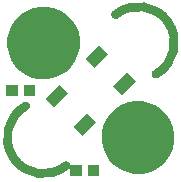
<source format=gts>
%TF.GenerationSoftware,KiCad,Pcbnew,4.0.7-e2-6376~58~ubuntu16.04.1*%
%TF.CreationDate,2018-05-14T09:05:55-07:00*%
%TF.ProjectId,2x2-LED-RGB-NeoPixel-SMT,3278322D4C45442D5247422D4E656F50,1.0*%
%TF.FileFunction,Soldermask,Top*%
%FSLAX46Y46*%
G04 Gerber Fmt 4.6, Leading zero omitted, Abs format (unit mm)*
G04 Created by KiCad (PCBNEW 4.0.7-e2-6376~58~ubuntu16.04.1) date Mon May 14 09:05:55 2018*
%MOMM*%
%LPD*%
G01*
G04 APERTURE LIST*
%ADD10C,0.350000*%
%ADD11C,0.800000*%
G04 APERTURE END LIST*
D10*
D11*
X8051351Y-49385357D02*
G75*
G03X11473954Y-54425584I1497603J-2665227D01*
G01*
X19096557Y-46665811D02*
G75*
G03X15673954Y-41625584I-1497603J2665227D01*
G01*
D10*
G36*
X12800200Y-55261200D02*
X11847800Y-55261200D01*
X11847800Y-54358800D01*
X12800200Y-54358800D01*
X12800200Y-55261200D01*
X12800200Y-55261200D01*
G37*
G36*
X14300200Y-55261200D02*
X13347800Y-55261200D01*
X13347800Y-54358800D01*
X14300200Y-54358800D01*
X14300200Y-55261200D01*
X14300200Y-55261200D01*
G37*
G36*
X17897064Y-48951431D02*
X18488009Y-49072735D01*
X19044152Y-49306516D01*
X19544288Y-49643862D01*
X19969375Y-50071927D01*
X20303220Y-50574405D01*
X20533110Y-51132160D01*
X20650218Y-51723598D01*
X20650218Y-51723608D01*
X20650285Y-51723947D01*
X20640664Y-52413000D01*
X20640587Y-52413338D01*
X20640587Y-52413346D01*
X20507011Y-53001285D01*
X20261639Y-53552400D01*
X19913891Y-54045362D01*
X19477016Y-54461393D01*
X18967654Y-54784645D01*
X18405208Y-55002803D01*
X17811101Y-55107560D01*
X17207957Y-55094926D01*
X16618754Y-54965381D01*
X16065936Y-54723861D01*
X15570561Y-54379566D01*
X15151491Y-53945607D01*
X14824692Y-53438514D01*
X14602610Y-52877598D01*
X14493709Y-52284242D01*
X14502131Y-51681025D01*
X14627560Y-51090931D01*
X14865213Y-50536442D01*
X15206045Y-50038672D01*
X15637066Y-49616584D01*
X16141867Y-49286252D01*
X16701213Y-49060261D01*
X17293799Y-48947220D01*
X17897064Y-48951431D01*
X17897064Y-48951431D01*
G37*
G36*
X14025861Y-50710058D02*
X12858428Y-51877491D01*
X12122047Y-51141110D01*
X13289480Y-49973677D01*
X14025861Y-50710058D01*
X14025861Y-50710058D01*
G37*
G36*
X11625861Y-48310058D02*
X10458428Y-49477491D01*
X9722047Y-48741110D01*
X10889480Y-47573677D01*
X11625861Y-48310058D01*
X11625861Y-48310058D01*
G37*
G36*
X7375154Y-48501784D02*
X6422754Y-48501784D01*
X6422754Y-47599384D01*
X7375154Y-47599384D01*
X7375154Y-48501784D01*
X7375154Y-48501784D01*
G37*
G36*
X8875154Y-48501784D02*
X7922754Y-48501784D01*
X7922754Y-47599384D01*
X8875154Y-47599384D01*
X8875154Y-48501784D01*
X8875154Y-48501784D01*
G37*
G36*
X17367503Y-47278282D02*
X16200070Y-48445715D01*
X15463689Y-47709334D01*
X16631122Y-46541901D01*
X17367503Y-47278282D01*
X17367503Y-47278282D01*
G37*
G36*
X9897064Y-40951431D02*
X10488009Y-41072735D01*
X11044152Y-41306516D01*
X11544288Y-41643862D01*
X11969375Y-42071927D01*
X12303220Y-42574405D01*
X12533110Y-43132160D01*
X12650218Y-43723598D01*
X12650218Y-43723608D01*
X12650285Y-43723947D01*
X12640664Y-44413000D01*
X12640587Y-44413338D01*
X12640587Y-44413346D01*
X12507011Y-45001285D01*
X12261639Y-45552400D01*
X11913891Y-46045362D01*
X11477016Y-46461393D01*
X10967654Y-46784645D01*
X10405208Y-47002803D01*
X9811101Y-47107560D01*
X9207957Y-47094926D01*
X8618754Y-46965381D01*
X8065936Y-46723861D01*
X7570561Y-46379566D01*
X7151491Y-45945607D01*
X6824692Y-45438514D01*
X6602610Y-44877598D01*
X6493709Y-44284242D01*
X6502131Y-43681025D01*
X6627560Y-43090931D01*
X6865213Y-42536442D01*
X7206045Y-42038672D01*
X7637066Y-41616584D01*
X8141867Y-41286252D01*
X8701213Y-41060261D01*
X9293799Y-40947220D01*
X9897064Y-40951431D01*
X9897064Y-40951431D01*
G37*
G36*
X15032637Y-44943416D02*
X13865204Y-46110849D01*
X13128823Y-45374468D01*
X14296256Y-44207035D01*
X15032637Y-44943416D01*
X15032637Y-44943416D01*
G37*
M02*

</source>
